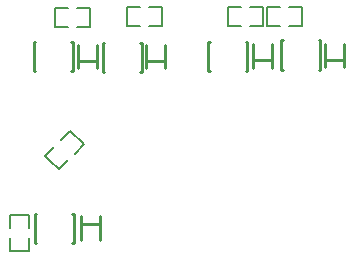
<source format=gbo>
G04 Layer: BottomSilkLayer*
G04 EasyEDA v6.3.22, 2020-01-22T11:07:26+01:00*
G04 6c73b54d2adc4a05a2782a56d08821ed,6ac03ef627a24f5ab7c901ca926ad83b,10*
G04 Gerber Generator version 0.2*
G04 Scale: 100 percent, Rotated: No, Reflected: No *
G04 Dimensions in millimeters *
G04 leading zeros omitted , absolute positions ,3 integer and 3 decimal *
%FSLAX33Y33*%
%MOMM*%
G90*
G71D02*

%ADD10C,0.254000*%
%ADD23C,0.200000*%

%LPD*%
G54D10*
G01X25729Y31610D02*
G01X25729Y34110D01*
G01X25855Y34110D01*
G01X29030Y31610D02*
G01X29030Y34110D01*
G01X28903Y34110D01*
G01X25729Y31610D02*
G01X25855Y31610D01*
G01X29030Y31610D02*
G01X28903Y31610D01*
G01X31899Y31760D02*
G01X31899Y34260D01*
G01X32025Y34260D01*
G01X35199Y31760D02*
G01X35199Y34260D01*
G01X35073Y34260D01*
G01X31899Y31760D02*
G01X32025Y31760D01*
G01X35199Y31760D02*
G01X35073Y31760D01*
G01X16780Y31529D02*
G01X16780Y34029D01*
G01X16906Y34029D01*
G01X20080Y31529D02*
G01X20080Y34029D01*
G01X19954Y34029D01*
G01X16780Y31529D02*
G01X16906Y31529D01*
G01X20080Y31529D02*
G01X19954Y31529D01*
G01X10959Y31630D02*
G01X10959Y34130D01*
G01X11085Y34130D01*
G01X14259Y31630D02*
G01X14259Y34130D01*
G01X14133Y34130D01*
G01X10959Y31630D02*
G01X11085Y31630D01*
G01X14259Y31630D02*
G01X14133Y31630D01*
G01X16270Y31870D02*
G01X16270Y33870D01*
G01X14670Y31870D02*
G01X14670Y33870D01*
G01X16270Y32518D02*
G01X14670Y32518D01*
G01X22040Y31870D02*
G01X22040Y33870D01*
G01X20440Y31870D02*
G01X20440Y33870D01*
G01X22040Y32518D02*
G01X20440Y32518D01*
G01X31080Y31930D02*
G01X31080Y33930D01*
G01X29480Y31930D02*
G01X29480Y33930D01*
G01X31080Y32578D02*
G01X29480Y32578D01*
G01X37230Y31970D02*
G01X37230Y33970D01*
G01X35630Y31970D02*
G01X35630Y33970D01*
G01X37230Y32618D02*
G01X35630Y32618D01*
G01X14319Y19580D02*
G01X14319Y17080D01*
G01X14193Y17080D01*
G01X11019Y19580D02*
G01X11019Y17080D01*
G01X11145Y17080D01*
G01X14319Y19580D02*
G01X14193Y19580D01*
G01X11019Y19580D02*
G01X11145Y19580D01*
G54D23*
G01X14639Y35409D02*
G01X15739Y35409D01*
G01X15739Y37010D01*
G01X14639Y37010D01*
G01X13839Y35409D02*
G01X12739Y35409D01*
G01X12739Y36409D01*
G01X12739Y37010D01*
G01X13839Y37010D01*
G01X20699Y35459D02*
G01X21799Y35459D01*
G01X21799Y37060D01*
G01X20699Y37060D01*
G01X19899Y35459D02*
G01X18799Y35459D01*
G01X18799Y36459D01*
G01X18799Y37060D01*
G01X19899Y37060D01*
G01X29259Y35449D02*
G01X30359Y35449D01*
G01X30359Y37050D01*
G01X29259Y37050D01*
G01X28460Y35449D02*
G01X27359Y35449D01*
G01X27359Y36449D01*
G01X27359Y37050D01*
G01X28460Y37050D01*
G01X31750Y37050D02*
G01X30650Y37050D01*
G01X30650Y35449D01*
G01X31750Y35449D01*
G01X32549Y37050D02*
G01X33650Y37050D01*
G01X33650Y36050D01*
G01X33650Y35449D01*
G01X32549Y35449D01*
G01X10500Y18339D02*
G01X10500Y19439D01*
G01X8899Y19439D01*
G01X8899Y18339D01*
G01X10500Y17540D02*
G01X10500Y16439D01*
G01X9500Y16439D01*
G01X8899Y16439D01*
G01X8899Y17540D01*
G54D10*
G01X14959Y19340D02*
G01X14959Y17340D01*
G01X16559Y19340D02*
G01X16559Y17340D01*
G01X14959Y18691D02*
G01X16559Y18691D01*
G54D23*
G01X14393Y24661D02*
G01X15171Y25439D01*
G01X14039Y26571D01*
G01X13261Y25793D01*
G01X13827Y24096D02*
G01X13049Y23318D01*
G01X12342Y24025D01*
G01X11918Y24450D01*
G01X12696Y25227D01*
M00*
M02*

</source>
